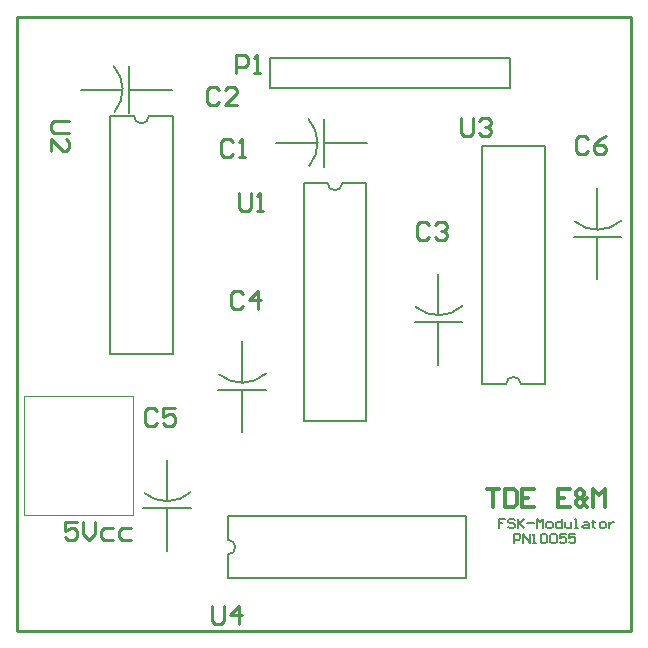
<source format=gto>
G04 Layer_Color=65535*
%FSLAX44Y44*%
%MOMM*%
G71*
G01*
G75*
%ADD11C,0.2540*%
%ADD22C,0.2000*%
%ADD23C,0.0500*%
%ADD24C,0.1500*%
%ADD25C,0.3000*%
D11*
X165100Y21585D02*
Y8889D01*
X167639Y6350D01*
X172717D01*
X175257Y8889D01*
Y21585D01*
X187953Y6350D02*
Y21585D01*
X180335Y13967D01*
X190492D01*
X376301Y434716D02*
Y422020D01*
X378840Y419481D01*
X383918D01*
X386458Y422020D01*
Y434716D01*
X391536Y432177D02*
X394075Y434716D01*
X399154D01*
X401693Y432177D01*
Y429638D01*
X399154Y427099D01*
X396614D01*
X399154D01*
X401693Y424559D01*
Y422020D01*
X399154Y419481D01*
X394075D01*
X391536Y422020D01*
X44445Y431800D02*
X31749D01*
X29210Y429261D01*
Y424183D01*
X31749Y421643D01*
X44445D01*
X29210Y406408D02*
Y416565D01*
X39367Y406408D01*
X41906D01*
X44445Y408947D01*
Y414026D01*
X41906Y416565D01*
X187960Y371305D02*
Y358609D01*
X190499Y356070D01*
X195578D01*
X198117Y358609D01*
Y371305D01*
X203195Y356070D02*
X208273D01*
X205734D01*
Y371305D01*
X203195Y368766D01*
X185420Y472910D02*
Y488145D01*
X193037D01*
X195577Y485606D01*
Y480527D01*
X193037Y477988D01*
X185420D01*
X200655Y472910D02*
X205733D01*
X203194D01*
Y488145D01*
X200655Y485606D01*
X483232Y416429D02*
X480692Y418968D01*
X475614D01*
X473075Y416429D01*
Y406272D01*
X475614Y403733D01*
X480692D01*
X483232Y406272D01*
X498467Y418968D02*
X493388Y416429D01*
X488310Y411351D01*
Y406272D01*
X490849Y403733D01*
X495928D01*
X498467Y406272D01*
Y408811D01*
X495928Y411351D01*
X488310D01*
X118742Y186559D02*
X116202Y189098D01*
X111124D01*
X108585Y186559D01*
Y176402D01*
X111124Y173863D01*
X116202D01*
X118742Y176402D01*
X133977Y189098D02*
X123820D01*
Y181481D01*
X128898Y184020D01*
X131438D01*
X133977Y181481D01*
Y176402D01*
X131438Y173863D01*
X126359D01*
X123820Y176402D01*
X191767Y285746D02*
X189228Y288285D01*
X184149D01*
X181610Y285746D01*
Y275589D01*
X184149Y273050D01*
X189228D01*
X191767Y275589D01*
X204463Y273050D02*
Y288285D01*
X196845Y280667D01*
X207002D01*
X348612Y344039D02*
X346073Y346578D01*
X340994D01*
X338455Y344039D01*
Y333882D01*
X340994Y331343D01*
X346073D01*
X348612Y333882D01*
X353690Y344039D02*
X356229Y346578D01*
X361308D01*
X363847Y344039D01*
Y341500D01*
X361308Y338960D01*
X358768D01*
X361308D01*
X363847Y336421D01*
Y333882D01*
X361308Y331343D01*
X356229D01*
X353690Y333882D01*
X171447Y458466D02*
X168908Y461005D01*
X163829D01*
X161290Y458466D01*
Y448309D01*
X163829Y445770D01*
X168908D01*
X171447Y448309D01*
X186682Y445770D02*
X176525D01*
X186682Y455927D01*
Y458466D01*
X184143Y461005D01*
X179064D01*
X176525Y458466D01*
X182877Y414016D02*
X180338Y416555D01*
X175259D01*
X172720Y414016D01*
Y403859D01*
X175259Y401320D01*
X180338D01*
X182877Y403859D01*
X187955Y401320D02*
X193033D01*
X190494D01*
Y416555D01*
X187955Y414016D01*
X50797Y92705D02*
X40640D01*
Y85087D01*
X45718Y87627D01*
X48257D01*
X50797Y85087D01*
Y80009D01*
X48257Y77470D01*
X43179D01*
X40640Y80009D01*
X55875Y92705D02*
Y82548D01*
X60953Y77470D01*
X66032Y82548D01*
Y92705D01*
X81267Y87627D02*
X73649D01*
X71110Y85087D01*
Y80009D01*
X73649Y77470D01*
X81267D01*
X96502Y87627D02*
X88884D01*
X86345Y85087D01*
Y80009D01*
X88884Y77470D01*
X96502D01*
X0Y520000D02*
X520000D01*
Y0D02*
Y520000D01*
X0Y0D02*
X520000D01*
X0D02*
Y520000D01*
D22*
X262890Y379600D02*
G03*
X275590Y379600I6350J0D01*
G01*
X178400Y64770D02*
G03*
X178400Y77470I0J6350D01*
G01*
X426720Y208880D02*
G03*
X414020Y208880I-6350J0D01*
G01*
X99060Y436280D02*
G03*
X111760Y436280I6350J0D01*
G01*
X472270Y346812D02*
G03*
X511628Y347499I19284J22981D01*
G01*
X107780Y116942D02*
G03*
X147138Y117629I19284J22981D01*
G01*
X171280Y217272D02*
G03*
X210638Y217959I19284J22981D01*
G01*
X337650Y274422D02*
G03*
X377008Y275109I19284J22981D01*
G01*
X247548Y394000D02*
G03*
X246861Y433358I-22981J19284D01*
G01*
X82448Y439250D02*
G03*
X81761Y478608I-22981J19284D01*
G01*
X242740Y379600D02*
X262890D01*
X275590D02*
X295740D01*
X242740Y177600D02*
X295740D01*
X242740D02*
Y379600D01*
X295740Y177600D02*
Y379600D01*
X178400Y44620D02*
Y64770D01*
Y77470D02*
Y97620D01*
X380400Y44620D02*
Y97620D01*
X178400Y44620D02*
X380400D01*
X178400Y97620D02*
X380400D01*
X426720Y208880D02*
X446870D01*
X393870D02*
X414020D01*
X393870Y410880D02*
X446870D01*
Y208880D02*
Y410880D01*
X393870Y208880D02*
Y410880D01*
X78910Y436280D02*
X99060D01*
X111760D02*
X131910D01*
X78910Y234280D02*
X131910D01*
X78910D02*
Y436280D01*
X131910Y234280D02*
Y436280D01*
X417830Y460210D02*
Y485610D01*
X214630Y460210D02*
X417830D01*
X214630D02*
Y485610D01*
X233680D01*
X417830D01*
X471490Y334050D02*
X511490D01*
X491490Y340050D02*
Y375050D01*
Y297800D02*
Y334050D01*
X107000Y104180D02*
X147000D01*
X127000Y110180D02*
Y145180D01*
Y67930D02*
Y104180D01*
X170500Y204510D02*
X210500D01*
X190500Y210510D02*
Y245510D01*
Y168260D02*
Y204510D01*
X336870Y261660D02*
X376870D01*
X356870Y267660D02*
Y302660D01*
Y225410D02*
Y261660D01*
X260310Y393220D02*
Y433220D01*
X219310Y413220D02*
X254310D01*
X260310D02*
X296560D01*
X95210Y438470D02*
Y478470D01*
X54210Y458470D02*
X89210D01*
X95210D02*
X131460D01*
D23*
X6070Y97990D02*
X98070D01*
X6070D02*
Y199190D01*
X98070D01*
Y97990D02*
Y199190D01*
D24*
X420850Y74450D02*
Y82447D01*
X424849D01*
X426182Y81115D01*
Y78449D01*
X424849Y77116D01*
X420850D01*
X428847Y74450D02*
Y82447D01*
X434179Y74450D01*
Y82447D01*
X436845Y74450D02*
X439511D01*
X438178D01*
Y82447D01*
X436845Y81115D01*
X443509D02*
X444842Y82447D01*
X447508D01*
X448841Y81115D01*
Y75783D01*
X447508Y74450D01*
X444842D01*
X443509Y75783D01*
Y81115D01*
X451507D02*
X452840Y82447D01*
X455505D01*
X456838Y81115D01*
Y75783D01*
X455505Y74450D01*
X452840D01*
X451507Y75783D01*
Y81115D01*
X464836Y82447D02*
X459504D01*
Y78449D01*
X462170Y79782D01*
X463503D01*
X464836Y78449D01*
Y75783D01*
X463503Y74450D01*
X460837D01*
X459504Y75783D01*
X472833Y82447D02*
X467502D01*
Y78449D01*
X470167Y79782D01*
X471500D01*
X472833Y78449D01*
Y75783D01*
X471500Y74450D01*
X468834D01*
X467502Y75783D01*
X413482Y95147D02*
X408150D01*
Y91149D01*
X410816D01*
X408150D01*
Y87150D01*
X421479Y93814D02*
X420146Y95147D01*
X417480D01*
X416147Y93814D01*
Y92482D01*
X417480Y91149D01*
X420146D01*
X421479Y89816D01*
Y88483D01*
X420146Y87150D01*
X417480D01*
X416147Y88483D01*
X424145Y95147D02*
Y87150D01*
Y89816D01*
X429477Y95147D01*
X425478Y91149D01*
X429477Y87150D01*
X432142Y91149D02*
X437474D01*
X440140Y87150D02*
Y95147D01*
X442805Y92482D01*
X445471Y95147D01*
Y87150D01*
X449470D02*
X452136D01*
X453469Y88483D01*
Y91149D01*
X452136Y92482D01*
X449470D01*
X448137Y91149D01*
Y88483D01*
X449470Y87150D01*
X461466Y95147D02*
Y87150D01*
X457467D01*
X456134Y88483D01*
Y91149D01*
X457467Y92482D01*
X461466D01*
X464132D02*
Y88483D01*
X465465Y87150D01*
X469464D01*
Y92482D01*
X472129Y87150D02*
X474795D01*
X473462D01*
Y95147D01*
X472129D01*
X480127Y92482D02*
X482793D01*
X484126Y91149D01*
Y87150D01*
X480127D01*
X478794Y88483D01*
X480127Y89816D01*
X484126D01*
X488124Y93814D02*
Y92482D01*
X486791D01*
X489457D01*
X488124D01*
Y88483D01*
X489457Y87150D01*
X494789D02*
X497455D01*
X498787Y88483D01*
Y91149D01*
X497455Y92482D01*
X494789D01*
X493456Y91149D01*
Y88483D01*
X494789Y87150D01*
X501453Y92482D02*
Y87150D01*
Y89816D01*
X502786Y91149D01*
X504119Y92482D01*
X505452D01*
D25*
X397990Y119925D02*
X407987D01*
X402988D01*
Y104930D01*
X412985Y119925D02*
Y104930D01*
X420483D01*
X422982Y107429D01*
Y117426D01*
X420483Y119925D01*
X412985D01*
X437977D02*
X427980D01*
Y104930D01*
X437977D01*
X427980Y112428D02*
X432979D01*
X467967Y119925D02*
X457971D01*
Y104930D01*
X467967D01*
X457971Y112428D02*
X462969D01*
X482962Y104930D02*
X480463Y107429D01*
X477964Y104930D01*
X475465D01*
X472966Y107429D01*
Y109928D01*
X475465Y112428D01*
X472966Y114927D01*
Y117426D01*
X475465Y119925D01*
X477964D01*
X480463Y117426D01*
Y114927D01*
X477964Y112428D01*
X480463Y109928D01*
Y107429D01*
X482962Y112428D02*
X480463Y109928D01*
X475465Y112428D02*
X477964D01*
X487961Y104930D02*
Y119925D01*
X492959Y114927D01*
X497958Y119925D01*
Y104930D01*
M02*

</source>
